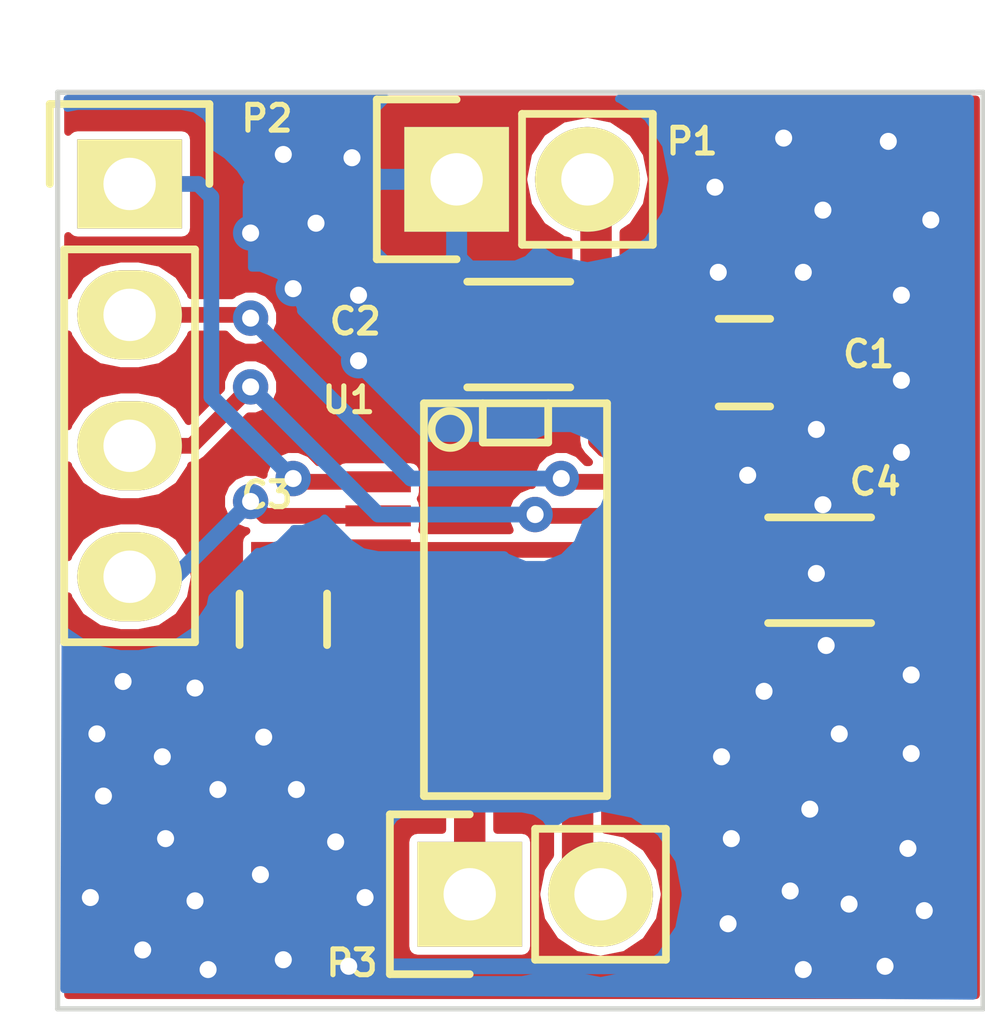
<source format=kicad_pcb>
(kicad_pcb (version 4) (host pcbnew 0.201506122246+5743~23~ubuntu14.10.1-product)

  (general
    (links 27)
    (no_connects 0)
    (area 154.098934 108.9601 173.341501 128.790702)
    (thickness 1.6)
    (drawings 5)
    (tracks 225)
    (zones 0)
    (modules 8)
    (nets 10)
  )

  (page A4)
  (layers
    (0 F.Cu signal)
    (31 B.Cu signal)
    (32 B.Adhes user)
    (33 F.Adhes user)
    (34 B.Paste user)
    (35 F.Paste user)
    (36 B.SilkS user)
    (37 F.SilkS user)
    (38 B.Mask user)
    (39 F.Mask user)
    (40 Dwgs.User user)
    (41 Cmts.User user)
    (42 Eco1.User user)
    (43 Eco2.User user)
    (44 Edge.Cuts user)
    (45 Margin user)
    (46 B.CrtYd user)
    (47 F.CrtYd user)
    (48 B.Fab user)
    (49 F.Fab user)
  )

  (setup
    (last_trace_width 0.3048)
    (user_trace_width 0.3048)
    (user_trace_width 0.6096)
    (trace_clearance 0.1524)
    (zone_clearance 0.1524)
    (zone_45_only no)
    (trace_min 0.1524)
    (segment_width 0.2)
    (edge_width 0.1)
    (via_size 0.6858)
    (via_drill 0.3302)
    (via_min_size 0.6858)
    (via_min_drill 0.3302)
    (uvia_size 0.3)
    (uvia_drill 0.1)
    (uvias_allowed no)
    (uvia_min_size 0)
    (uvia_min_drill 0)
    (pcb_text_width 0.3)
    (pcb_text_size 1.5 1.5)
    (mod_edge_width 0.15)
    (mod_text_size 0.5 0.5)
    (mod_text_width 0.1)
    (pad_size 1.5 1.5)
    (pad_drill 0.6)
    (pad_to_mask_clearance 0)
    (aux_axis_origin 0 0)
    (grid_origin 161.544 117.856)
    (visible_elements FFFEFF7F)
    (pcbplotparams
      (layerselection 0x0103c_80000001)
      (usegerberextensions false)
      (excludeedgelayer true)
      (linewidth 0.100000)
      (plotframeref false)
      (viasonmask false)
      (mode 1)
      (useauxorigin false)
      (hpglpennumber 1)
      (hpglpenspeed 20)
      (hpglpendiameter 15)
      (hpglpenoverlay 2)
      (psnegative false)
      (psa4output false)
      (plotreference true)
      (plotvalue false)
      (plotinvisibletext false)
      (padsonsilk false)
      (subtractmaskfromsilk true)
      (outputformat 1)
      (mirror false)
      (drillshape 0)
      (scaleselection 1)
      (outputdirectory Gerbers/))
  )

  (net 0 "")
  (net 1 GND)
  (net 2 /VCC)
  (net 3 /VM)
  (net 4 /PWM)
  (net 5 /IN2)
  (net 6 /IN1)
  (net 7 /STBY)
  (net 8 /O1)
  (net 9 /O2)

  (net_class Default "This is the default net class."
    (clearance 0.1524)
    (trace_width 0.1524)
    (via_dia 0.6858)
    (via_drill 0.3302)
    (uvia_dia 0.3)
    (uvia_drill 0.1)
    (add_net /IN1)
    (add_net /IN2)
    (add_net /O1)
    (add_net /O2)
    (add_net /PWM)
    (add_net /STBY)
    (add_net /VCC)
    (add_net /VM)
    (add_net GND)
  )

  (module Capacitors_SMD:C_0805 (layer F.Cu) (tedit 557CFA34) (tstamp 557CF32A)
    (at 168.656 116.1796)
    (descr "Capacitor SMD 0805, reflow soldering, AVX (see smccp.pdf)")
    (tags "capacitor 0805")
    (path /557CF5F2)
    (attr smd)
    (fp_text reference C1 (at 2.413 -0.1651) (layer F.SilkS)
      (effects (font (size 0.5 0.5) (thickness 0.1)))
    )
    (fp_text value .1U (at 0 2.1) (layer F.Fab)
      (effects (font (size 0.5 0.5) (thickness 0.1)))
    )
    (fp_line (start -1.8 -1) (end 1.8 -1) (layer F.CrtYd) (width 0.05))
    (fp_line (start -1.8 1) (end 1.8 1) (layer F.CrtYd) (width 0.05))
    (fp_line (start -1.8 -1) (end -1.8 1) (layer F.CrtYd) (width 0.05))
    (fp_line (start 1.8 -1) (end 1.8 1) (layer F.CrtYd) (width 0.05))
    (fp_line (start 0.5 -0.85) (end -0.5 -0.85) (layer F.SilkS) (width 0.15))
    (fp_line (start -0.5 0.85) (end 0.5 0.85) (layer F.SilkS) (width 0.15))
    (pad 1 smd rect (at -1 0) (size 1 1.25) (layers F.Cu F.Paste F.Mask)
      (net 2 /VCC))
    (pad 2 smd rect (at 1 0) (size 1 1.25) (layers F.Cu F.Paste F.Mask)
      (net 1 GND))
    (model Capacitors_SMD.3dshapes/C_0805.wrl
      (at (xyz 0 0 0))
      (scale (xyz 1 1 1))
      (rotate (xyz 0 0 0))
    )
  )

  (module Capacitors_SMD:C_1206 (layer F.Cu) (tedit 557CFA3F) (tstamp 557CF330)
    (at 164.2745 115.6335 180)
    (descr "Capacitor SMD 1206, reflow soldering, AVX (see smccp.pdf)")
    (tags "capacitor 1206")
    (path /557CF7F5)
    (attr smd)
    (fp_text reference C2 (at 3.175 0.254 180) (layer F.SilkS)
      (effects (font (size 0.5 0.5) (thickness 0.1)))
    )
    (fp_text value 10U (at 0 2.3 180) (layer F.Fab)
      (effects (font (size 0.5 0.5) (thickness 0.1)))
    )
    (fp_line (start -2.3 -1.15) (end 2.3 -1.15) (layer F.CrtYd) (width 0.05))
    (fp_line (start -2.3 1.15) (end 2.3 1.15) (layer F.CrtYd) (width 0.05))
    (fp_line (start -2.3 -1.15) (end -2.3 1.15) (layer F.CrtYd) (width 0.05))
    (fp_line (start 2.3 -1.15) (end 2.3 1.15) (layer F.CrtYd) (width 0.05))
    (fp_line (start 1 -1.025) (end -1 -1.025) (layer F.SilkS) (width 0.15))
    (fp_line (start -1 1.025) (end 1 1.025) (layer F.SilkS) (width 0.15))
    (pad 1 smd rect (at -1.5 0 180) (size 1 1.6) (layers F.Cu F.Paste F.Mask)
      (net 2 /VCC))
    (pad 2 smd rect (at 1.5 0 180) (size 1 1.6) (layers F.Cu F.Paste F.Mask)
      (net 1 GND))
    (model Capacitors_SMD.3dshapes/C_1206.wrl
      (at (xyz 0 0 0))
      (scale (xyz 1 1 1))
      (rotate (xyz 0 0 0))
    )
  )

  (module Capacitors_SMD:C_0805 (layer F.Cu) (tedit 557CFA55) (tstamp 557CF336)
    (at 159.7025 121.158 270)
    (descr "Capacitor SMD 0805, reflow soldering, AVX (see smccp.pdf)")
    (tags "capacitor 0805")
    (path /557CF9E5)
    (attr smd)
    (fp_text reference C3 (at -2.413 0.3175 360) (layer F.SilkS)
      (effects (font (size 0.5 0.5) (thickness 0.1)))
    )
    (fp_text value .1U (at 0 2.1 270) (layer F.Fab)
      (effects (font (size 0.5 0.5) (thickness 0.1)))
    )
    (fp_line (start -1.8 -1) (end 1.8 -1) (layer F.CrtYd) (width 0.05))
    (fp_line (start -1.8 1) (end 1.8 1) (layer F.CrtYd) (width 0.05))
    (fp_line (start -1.8 -1) (end -1.8 1) (layer F.CrtYd) (width 0.05))
    (fp_line (start 1.8 -1) (end 1.8 1) (layer F.CrtYd) (width 0.05))
    (fp_line (start 0.5 -0.85) (end -0.5 -0.85) (layer F.SilkS) (width 0.15))
    (fp_line (start -0.5 0.85) (end 0.5 0.85) (layer F.SilkS) (width 0.15))
    (pad 1 smd rect (at -1 0 270) (size 1 1.25) (layers F.Cu F.Paste F.Mask)
      (net 3 /VM))
    (pad 2 smd rect (at 1 0 270) (size 1 1.25) (layers F.Cu F.Paste F.Mask)
      (net 1 GND))
    (model Capacitors_SMD.3dshapes/C_0805.wrl
      (at (xyz 0 0 0))
      (scale (xyz 1 1 1))
      (rotate (xyz 0 0 0))
    )
  )

  (module Capacitors_SMD:C_1206 (layer F.Cu) (tedit 557CFA4E) (tstamp 557CF33C)
    (at 170.1165 120.2055)
    (descr "Capacitor SMD 1206, reflow soldering, AVX (see smccp.pdf)")
    (tags "capacitor 1206")
    (path /557CF9F1)
    (attr smd)
    (fp_text reference C4 (at 1.0795 -1.7145) (layer F.SilkS)
      (effects (font (size 0.5 0.5) (thickness 0.1)))
    )
    (fp_text value 10U (at 0 2.3) (layer F.Fab)
      (effects (font (size 0.5 0.5) (thickness 0.1)))
    )
    (fp_line (start -2.3 -1.15) (end 2.3 -1.15) (layer F.CrtYd) (width 0.05))
    (fp_line (start -2.3 1.15) (end 2.3 1.15) (layer F.CrtYd) (width 0.05))
    (fp_line (start -2.3 -1.15) (end -2.3 1.15) (layer F.CrtYd) (width 0.05))
    (fp_line (start 2.3 -1.15) (end 2.3 1.15) (layer F.CrtYd) (width 0.05))
    (fp_line (start 1 -1.025) (end -1 -1.025) (layer F.SilkS) (width 0.15))
    (fp_line (start -1 1.025) (end 1 1.025) (layer F.SilkS) (width 0.15))
    (pad 1 smd rect (at -1.5 0) (size 1 1.6) (layers F.Cu F.Paste F.Mask)
      (net 3 /VM))
    (pad 2 smd rect (at 1.5 0) (size 1 1.6) (layers F.Cu F.Paste F.Mask)
      (net 1 GND))
    (model Capacitors_SMD.3dshapes/C_1206.wrl
      (at (xyz 0 0 0))
      (scale (xyz 1 1 1))
      (rotate (xyz 0 0 0))
    )
  )

  (module Pin_Headers:Pin_Header_Straight_1x02 (layer F.Cu) (tedit 557CFA2A) (tstamp 557CF342)
    (at 163.068 112.6236 90)
    (descr "Through hole pin header")
    (tags "pin header")
    (path /557CFC82)
    (fp_text reference P1 (at 0.7366 4.572 180) (layer F.SilkS)
      (effects (font (size 0.5 0.5) (thickness 0.1)))
    )
    (fp_text value CONN_01X02 (at 0 -3.1 90) (layer F.Fab)
      (effects (font (size 0.5 0.5) (thickness 0.1)))
    )
    (fp_line (start 1.27 1.27) (end 1.27 3.81) (layer F.SilkS) (width 0.15))
    (fp_line (start 1.55 -1.55) (end 1.55 0) (layer F.SilkS) (width 0.15))
    (fp_line (start -1.75 -1.75) (end -1.75 4.3) (layer F.CrtYd) (width 0.05))
    (fp_line (start 1.75 -1.75) (end 1.75 4.3) (layer F.CrtYd) (width 0.05))
    (fp_line (start -1.75 -1.75) (end 1.75 -1.75) (layer F.CrtYd) (width 0.05))
    (fp_line (start -1.75 4.3) (end 1.75 4.3) (layer F.CrtYd) (width 0.05))
    (fp_line (start 1.27 1.27) (end -1.27 1.27) (layer F.SilkS) (width 0.15))
    (fp_line (start -1.55 0) (end -1.55 -1.55) (layer F.SilkS) (width 0.15))
    (fp_line (start -1.55 -1.55) (end 1.55 -1.55) (layer F.SilkS) (width 0.15))
    (fp_line (start -1.27 1.27) (end -1.27 3.81) (layer F.SilkS) (width 0.15))
    (fp_line (start -1.27 3.81) (end 1.27 3.81) (layer F.SilkS) (width 0.15))
    (pad 1 thru_hole rect (at 0 0 90) (size 2.032 2.032) (drill 1.016) (layers *.Cu *.Mask F.SilkS)
      (net 1 GND))
    (pad 2 thru_hole oval (at 0 2.54 90) (size 2.032 2.032) (drill 1.016) (layers *.Cu *.Mask F.SilkS)
      (net 2 /VCC))
    (model Pin_Headers.3dshapes/Pin_Header_Straight_1x02.wrl
      (at (xyz 0 -0.05 0))
      (scale (xyz 1 1 1))
      (rotate (xyz 0 0 90))
    )
  )

  (module Pin_Headers:Pin_Header_Straight_1x04 (layer F.Cu) (tedit 557CF843) (tstamp 557CF34A)
    (at 156.718 112.7125)
    (descr "Through hole pin header")
    (tags "pin header")
    (path /557D04DF)
    (fp_text reference P2 (at 2.667 -1.27) (layer F.SilkS)
      (effects (font (size 0.5 0.5) (thickness 0.1)))
    )
    (fp_text value CONN_01X04 (at 0 -3.1) (layer F.Fab)
      (effects (font (size 0.5 0.5) (thickness 0.1)))
    )
    (fp_line (start -1.75 -1.75) (end -1.75 9.4) (layer F.CrtYd) (width 0.05))
    (fp_line (start 1.75 -1.75) (end 1.75 9.4) (layer F.CrtYd) (width 0.05))
    (fp_line (start -1.75 -1.75) (end 1.75 -1.75) (layer F.CrtYd) (width 0.05))
    (fp_line (start -1.75 9.4) (end 1.75 9.4) (layer F.CrtYd) (width 0.05))
    (fp_line (start -1.27 1.27) (end -1.27 8.89) (layer F.SilkS) (width 0.15))
    (fp_line (start 1.27 1.27) (end 1.27 8.89) (layer F.SilkS) (width 0.15))
    (fp_line (start 1.55 -1.55) (end 1.55 0) (layer F.SilkS) (width 0.15))
    (fp_line (start -1.27 8.89) (end 1.27 8.89) (layer F.SilkS) (width 0.15))
    (fp_line (start 1.27 1.27) (end -1.27 1.27) (layer F.SilkS) (width 0.15))
    (fp_line (start -1.55 0) (end -1.55 -1.55) (layer F.SilkS) (width 0.15))
    (fp_line (start -1.55 -1.55) (end 1.55 -1.55) (layer F.SilkS) (width 0.15))
    (pad 1 thru_hole rect (at 0 0) (size 2.032 1.7272) (drill 1.016) (layers *.Cu *.Mask F.SilkS)
      (net 4 /PWM))
    (pad 2 thru_hole oval (at 0 2.54) (size 2.032 1.7272) (drill 1.016) (layers *.Cu *.Mask F.SilkS)
      (net 5 /IN2))
    (pad 3 thru_hole oval (at 0 5.08) (size 2.032 1.7272) (drill 1.016) (layers *.Cu *.Mask F.SilkS)
      (net 6 /IN1))
    (pad 4 thru_hole oval (at 0 7.62) (size 2.032 1.7272) (drill 1.016) (layers *.Cu *.Mask F.SilkS)
      (net 7 /STBY))
    (model Pin_Headers.3dshapes/Pin_Header_Straight_1x04.wrl
      (at (xyz 0 -0.15 0))
      (scale (xyz 1 1 1))
      (rotate (xyz 0 0 90))
    )
  )

  (module Pin_Headers:Pin_Header_Straight_1x02 (layer F.Cu) (tedit 557CFA46) (tstamp 557CF350)
    (at 163.322 126.492 90)
    (descr "Through hole pin header")
    (tags "pin header")
    (path /557D0166)
    (fp_text reference P3 (at -1.3335 -2.286 180) (layer F.SilkS)
      (effects (font (size 0.5 0.5) (thickness 0.1)))
    )
    (fp_text value CONN_01X02 (at 0 -3.1 90) (layer F.Fab)
      (effects (font (size 0.5 0.5) (thickness 0.1)))
    )
    (fp_line (start 1.27 1.27) (end 1.27 3.81) (layer F.SilkS) (width 0.15))
    (fp_line (start 1.55 -1.55) (end 1.55 0) (layer F.SilkS) (width 0.15))
    (fp_line (start -1.75 -1.75) (end -1.75 4.3) (layer F.CrtYd) (width 0.05))
    (fp_line (start 1.75 -1.75) (end 1.75 4.3) (layer F.CrtYd) (width 0.05))
    (fp_line (start -1.75 -1.75) (end 1.75 -1.75) (layer F.CrtYd) (width 0.05))
    (fp_line (start -1.75 4.3) (end 1.75 4.3) (layer F.CrtYd) (width 0.05))
    (fp_line (start 1.27 1.27) (end -1.27 1.27) (layer F.SilkS) (width 0.15))
    (fp_line (start -1.55 0) (end -1.55 -1.55) (layer F.SilkS) (width 0.15))
    (fp_line (start -1.55 -1.55) (end 1.55 -1.55) (layer F.SilkS) (width 0.15))
    (fp_line (start -1.27 1.27) (end -1.27 3.81) (layer F.SilkS) (width 0.15))
    (fp_line (start -1.27 3.81) (end 1.27 3.81) (layer F.SilkS) (width 0.15))
    (pad 1 thru_hole rect (at 0 0 90) (size 2.032 2.032) (drill 1.016) (layers *.Cu *.Mask F.SilkS)
      (net 8 /O1))
    (pad 2 thru_hole oval (at 0 2.54 90) (size 2.032 2.032) (drill 1.016) (layers *.Cu *.Mask F.SilkS)
      (net 9 /O2))
    (model Pin_Headers.3dshapes/Pin_Header_Straight_1x02.wrl
      (at (xyz 0 -0.05 0))
      (scale (xyz 1 1 1))
      (rotate (xyz 0 0 90))
    )
  )

  (module SMD_Packages:SSOP-20 (layer F.Cu) (tedit 557CFA3B) (tstamp 557CF368)
    (at 164.211 120.777 270)
    (descr "SSOP 20 pins")
    (tags "CMS SSOP SMD")
    (path /557CF556)
    (attr smd)
    (fp_text reference U1 (at -3.8735 3.2385 360) (layer F.SilkS)
      (effects (font (size 0.5 0.5) (thickness 0.1)))
    )
    (fp_text value TB6593FNG (at 0 0.635 270) (layer F.Fab)
      (effects (font (size 0.5 0.5) (thickness 0.1)))
    )
    (fp_line (start 3.81 -1.778) (end -3.81 -1.778) (layer F.SilkS) (width 0.15))
    (fp_line (start -3.81 1.778) (end 3.81 1.778) (layer F.SilkS) (width 0.15))
    (fp_line (start 3.81 -1.778) (end 3.81 1.778) (layer F.SilkS) (width 0.15))
    (fp_line (start -3.81 1.778) (end -3.81 -1.778) (layer F.SilkS) (width 0.15))
    (fp_circle (center -3.302 1.27) (end -3.556 1.016) (layer F.SilkS) (width 0.15))
    (fp_line (start -3.81 -0.635) (end -3.048 -0.635) (layer F.SilkS) (width 0.15))
    (fp_line (start -3.048 -0.635) (end -3.048 0.635) (layer F.SilkS) (width 0.15))
    (fp_line (start -3.048 0.635) (end -3.81 0.635) (layer F.SilkS) (width 0.15))
    (pad 1 smd rect (at -2.921 2.667 270) (size 0.4064 1.27) (layers F.Cu F.Paste F.Mask)
      (net 1 GND))
    (pad 2 smd rect (at -2.286 2.667 270) (size 0.4064 1.27) (layers F.Cu F.Paste F.Mask)
      (net 4 /PWM))
    (pad 3 smd rect (at -1.6256 2.667 270) (size 0.4064 1.27) (layers F.Cu F.Paste F.Mask)
      (net 7 /STBY))
    (pad 4 smd rect (at -0.9652 2.667 270) (size 0.4064 1.27) (layers F.Cu F.Paste F.Mask)
      (net 3 /VM))
    (pad 5 smd rect (at -0.3302 2.667 270) (size 0.4064 1.27) (layers F.Cu F.Paste F.Mask)
      (net 3 /VM))
    (pad 6 smd rect (at 0.3302 2.667 270) (size 0.4064 1.27) (layers F.Cu F.Paste F.Mask)
      (net 8 /O1))
    (pad 7 smd rect (at 0.9906 2.667 270) (size 0.4064 1.27) (layers F.Cu F.Paste F.Mask)
      (net 8 /O1))
    (pad 8 smd rect (at 1.6256 2.667 270) (size 0.4064 1.27) (layers F.Cu F.Paste F.Mask)
      (net 1 GND))
    (pad 9 smd rect (at 2.286 2.667 270) (size 0.4064 1.27) (layers F.Cu F.Paste F.Mask)
      (net 1 GND))
    (pad 10 smd rect (at 2.921 2.667 270) (size 0.4064 1.27) (layers F.Cu F.Paste F.Mask)
      (net 1 GND))
    (pad 11 smd rect (at 2.921 -2.667 270) (size 0.4064 1.27) (layers F.Cu F.Paste F.Mask)
      (net 1 GND))
    (pad 12 smd rect (at 2.286 -2.667 270) (size 0.4064 1.27) (layers F.Cu F.Paste F.Mask)
      (net 1 GND))
    (pad 13 smd rect (at 1.6256 -2.667 270) (size 0.4064 1.27) (layers F.Cu F.Paste F.Mask)
      (net 1 GND))
    (pad 14 smd rect (at 0.9906 -2.667 270) (size 0.4064 1.27) (layers F.Cu F.Paste F.Mask)
      (net 9 /O2))
    (pad 15 smd rect (at 0.3302 -2.667 270) (size 0.4064 1.27) (layers F.Cu F.Paste F.Mask)
      (net 9 /O2))
    (pad 16 smd rect (at -0.3302 -2.667 270) (size 0.4064 1.27) (layers F.Cu F.Paste F.Mask)
      (net 3 /VM))
    (pad 17 smd rect (at -0.9652 -2.667 270) (size 0.4064 1.27) (layers F.Cu F.Paste F.Mask)
      (net 3 /VM))
    (pad 18 smd rect (at -1.6256 -2.667 270) (size 0.4064 1.27) (layers F.Cu F.Paste F.Mask)
      (net 6 /IN1))
    (pad 19 smd rect (at -2.286 -2.667 270) (size 0.4064 1.27) (layers F.Cu F.Paste F.Mask)
      (net 5 /IN2))
    (pad 20 smd rect (at -2.921 -2.667 270) (size 0.4064 1.27) (layers F.Cu F.Paste F.Mask)
      (net 2 /VCC))
    (model SMD_Packages.3dshapes/SSOP-20.wrl
      (at (xyz 0 0 0))
      (scale (xyz 0.255 0.33 0.3))
      (rotate (xyz 0 0 0))
    )
  )

  (gr_line (start 173.2915 110.9345) (end 173.1645 110.9345) (angle 90) (layer Edge.Cuts) (width 0.1))
  (gr_line (start 173.2915 128.7145) (end 173.2915 110.9345) (angle 90) (layer Edge.Cuts) (width 0.1))
  (gr_line (start 155.321 110.9345) (end 173.228 110.9345) (angle 90) (layer Edge.Cuts) (width 0.1))
  (gr_line (start 155.321 128.7145) (end 155.321 110.9345) (angle 90) (layer Edge.Cuts) (width 0.1))
  (gr_line (start 173.2915 128.7145) (end 155.321 128.7145) (angle 90) (layer Edge.Cuts) (width 0.1))

  (segment (start 163.068 112.6236) (end 161.4551 112.6236) (width 0.3048) (layer B.Cu) (net 1))
  (via (at 161.163 116.1415) (size 0.6858) (layers F.Cu B.Cu) (net 1))
  (segment (start 161.163 116.0145) (end 161.163 116.1415) (width 0.3048) (layer B.Cu) (net 1) (tstamp 557CF96E))
  (segment (start 159.893 114.7445) (end 161.163 116.0145) (width 0.3048) (layer B.Cu) (net 1) (tstamp 557CF96D))
  (via (at 159.893 114.7445) (size 0.6858) (layers F.Cu B.Cu) (net 1))
  (segment (start 161.036 114.7445) (end 159.893 114.7445) (width 0.3048) (layer F.Cu) (net 1) (tstamp 557CF96B))
  (segment (start 161.163 114.8715) (end 161.036 114.7445) (width 0.3048) (layer F.Cu) (net 1) (tstamp 557CF96A))
  (via (at 161.163 114.8715) (size 0.6858) (layers F.Cu B.Cu) (net 1))
  (segment (start 161.163 114.3) (end 161.163 114.8715) (width 0.3048) (layer B.Cu) (net 1) (tstamp 557CF968))
  (segment (start 160.3375 113.4745) (end 161.163 114.3) (width 0.3048) (layer B.Cu) (net 1) (tstamp 557CF967))
  (via (at 160.3375 113.4745) (size 0.6858) (layers F.Cu B.Cu) (net 1))
  (segment (start 159.258 113.4745) (end 160.3375 113.4745) (width 0.3048) (layer F.Cu) (net 1) (tstamp 557CF965))
  (segment (start 159.0675 113.665) (end 159.258 113.4745) (width 0.3048) (layer F.Cu) (net 1) (tstamp 557CF964))
  (via (at 159.0675 113.665) (size 0.6858) (layers F.Cu B.Cu) (net 1))
  (segment (start 159.0675 112.776) (end 159.0675 113.665) (width 0.3048) (layer B.Cu) (net 1) (tstamp 557CF962))
  (segment (start 159.7025 112.141) (end 159.0675 112.776) (width 0.3048) (layer B.Cu) (net 1) (tstamp 557CF961))
  (via (at 159.7025 112.141) (size 0.6858) (layers F.Cu B.Cu) (net 1))
  (segment (start 160.9725 112.141) (end 159.7025 112.141) (width 0.3048) (layer F.Cu) (net 1) (tstamp 557CF95F))
  (segment (start 161.036 112.2045) (end 160.9725 112.141) (width 0.3048) (layer F.Cu) (net 1) (tstamp 557CF95E))
  (via (at 161.036 112.2045) (size 0.6858) (layers F.Cu B.Cu) (net 1))
  (segment (start 161.4551 112.6236) (end 161.036 112.2045) (width 0.3048) (layer B.Cu) (net 1) (tstamp 557CF95C))
  (segment (start 161.29 126.5555) (end 161.29 126.0475) (width 0.3048) (layer B.Cu) (net 1))
  (via (at 161.29 126.5555) (size 0.6858) (layers F.Cu B.Cu) (net 1))
  (segment (start 161.29 127.5715) (end 161.29 126.5555) (width 0.3048) (layer F.Cu) (net 1) (tstamp 557CF926))
  (segment (start 160.9725 127.889) (end 161.29 127.5715) (width 0.3048) (layer F.Cu) (net 1) (tstamp 557CF925))
  (via (at 160.9725 127.889) (size 0.6858) (layers F.Cu B.Cu) (net 1))
  (segment (start 169.7355 127.889) (end 160.9725 127.889) (width 0.3048) (layer B.Cu) (net 1) (tstamp 557CF923))
  (segment (start 169.799 127.9525) (end 169.7355 127.889) (width 0.3048) (layer B.Cu) (net 1) (tstamp 557CF922))
  (via (at 169.799 127.9525) (size 0.6858) (layers F.Cu B.Cu) (net 1))
  (segment (start 169.2275 127.9525) (end 169.799 127.9525) (width 0.3048) (layer F.Cu) (net 1) (tstamp 557CF920))
  (segment (start 168.3385 127.0635) (end 169.2275 127.9525) (width 0.3048) (layer F.Cu) (net 1) (tstamp 557CF91F))
  (via (at 168.3385 127.0635) (size 0.6858) (layers F.Cu B.Cu) (net 1))
  (segment (start 168.91 127.0635) (end 168.3385 127.0635) (width 0.3048) (layer B.Cu) (net 1) (tstamp 557CF91D))
  (segment (start 169.545 126.4285) (end 168.91 127.0635) (width 0.3048) (layer B.Cu) (net 1) (tstamp 557CF91C))
  (via (at 169.545 126.4285) (size 0.6858) (layers F.Cu B.Cu) (net 1))
  (segment (start 170.434 126.4285) (end 169.545 126.4285) (width 0.3048) (layer F.Cu) (net 1) (tstamp 557CF91A))
  (segment (start 170.688 126.6825) (end 170.434 126.4285) (width 0.3048) (layer F.Cu) (net 1) (tstamp 557CF919))
  (via (at 170.688 126.6825) (size 0.6858) (layers F.Cu B.Cu) (net 1))
  (segment (start 170.688 127.1905) (end 170.688 126.6825) (width 0.3048) (layer B.Cu) (net 1) (tstamp 557CF917))
  (segment (start 171.3865 127.889) (end 170.688 127.1905) (width 0.3048) (layer B.Cu) (net 1) (tstamp 557CF916))
  (via (at 171.3865 127.889) (size 0.6858) (layers F.Cu B.Cu) (net 1))
  (segment (start 171.3865 127.5715) (end 171.3865 127.889) (width 0.3048) (layer F.Cu) (net 1) (tstamp 557CF914))
  (segment (start 172.1485 126.8095) (end 171.3865 127.5715) (width 0.3048) (layer F.Cu) (net 1) (tstamp 557CF913))
  (via (at 172.1485 126.8095) (size 0.6858) (layers F.Cu B.Cu) (net 1))
  (segment (start 172.1485 125.9205) (end 172.1485 126.8095) (width 0.3048) (layer B.Cu) (net 1) (tstamp 557CF911))
  (segment (start 171.831 125.603) (end 172.1485 125.9205) (width 0.3048) (layer B.Cu) (net 1) (tstamp 557CF910))
  (via (at 171.831 125.603) (size 0.6858) (layers F.Cu B.Cu) (net 1))
  (segment (start 170.688 125.603) (end 171.831 125.603) (width 0.3048) (layer F.Cu) (net 1) (tstamp 557CF90E))
  (segment (start 169.926 124.841) (end 170.688 125.603) (width 0.3048) (layer F.Cu) (net 1) (tstamp 557CF90D))
  (via (at 169.926 124.841) (size 0.6858) (layers F.Cu B.Cu) (net 1))
  (segment (start 168.9735 124.841) (end 169.926 124.841) (width 0.3048) (layer B.Cu) (net 1) (tstamp 557CF90B))
  (segment (start 168.402 125.4125) (end 168.9735 124.841) (width 0.3048) (layer B.Cu) (net 1) (tstamp 557CF90A))
  (via (at 168.402 125.4125) (size 0.6858) (layers F.Cu B.Cu) (net 1))
  (segment (start 168.402 124.0155) (end 168.402 125.4125) (width 0.3048) (layer F.Cu) (net 1) (tstamp 557CF908))
  (segment (start 168.2115 123.825) (end 168.402 124.0155) (width 0.3048) (layer F.Cu) (net 1) (tstamp 557CF907))
  (via (at 168.2115 123.825) (size 0.6858) (layers F.Cu B.Cu) (net 1))
  (segment (start 168.2115 123.3805) (end 168.2115 123.825) (width 0.3048) (layer B.Cu) (net 1) (tstamp 557CF905))
  (segment (start 169.037 122.555) (end 168.2115 123.3805) (width 0.3048) (layer B.Cu) (net 1) (tstamp 557CF904))
  (via (at 169.037 122.555) (size 0.6858) (layers F.Cu B.Cu) (net 1))
  (segment (start 169.672 122.555) (end 169.037 122.555) (width 0.3048) (layer F.Cu) (net 1) (tstamp 557CF902))
  (segment (start 170.4975 123.3805) (end 169.672 122.555) (width 0.3048) (layer F.Cu) (net 1) (tstamp 557CF901))
  (via (at 170.4975 123.3805) (size 0.6858) (layers F.Cu B.Cu) (net 1))
  (segment (start 171.5135 123.3805) (end 170.4975 123.3805) (width 0.3048) (layer B.Cu) (net 1) (tstamp 557CF8FF))
  (segment (start 171.8945 123.7615) (end 171.5135 123.3805) (width 0.3048) (layer B.Cu) (net 1) (tstamp 557CF8FE))
  (via (at 171.8945 123.7615) (size 0.6858) (layers F.Cu B.Cu) (net 1))
  (segment (start 171.8945 122.2375) (end 171.8945 123.7615) (width 0.3048) (layer F.Cu) (net 1) (tstamp 557CF8FB))
  (via (at 171.8945 122.2375) (size 0.6858) (layers F.Cu B.Cu) (net 1))
  (segment (start 170.815 122.2375) (end 171.8945 122.2375) (width 0.3048) (layer B.Cu) (net 1) (tstamp 557CF8F9))
  (segment (start 170.2435 121.666) (end 170.815 122.2375) (width 0.3048) (layer B.Cu) (net 1) (tstamp 557CF8F8))
  (via (at 170.2435 121.666) (size 0.6858) (layers F.Cu B.Cu) (net 1))
  (segment (start 170.2435 120.4595) (end 170.2435 121.666) (width 0.3048) (layer F.Cu) (net 1) (tstamp 557CF8F6))
  (segment (start 170.053 120.269) (end 170.2435 120.4595) (width 0.3048) (layer F.Cu) (net 1) (tstamp 557CF8F5))
  (via (at 170.053 120.269) (size 0.6858) (layers F.Cu B.Cu) (net 1))
  (segment (start 170.053 119.0625) (end 170.053 120.269) (width 0.3048) (layer B.Cu) (net 1) (tstamp 557CF8F3))
  (segment (start 170.18 118.9355) (end 170.053 119.0625) (width 0.3048) (layer B.Cu) (net 1) (tstamp 557CF8F2))
  (via (at 170.18 118.9355) (size 0.6858) (layers F.Cu B.Cu) (net 1))
  (segment (start 169.291 118.9355) (end 170.18 118.9355) (width 0.3048) (layer F.Cu) (net 1) (tstamp 557CF8F0))
  (segment (start 168.7195 118.364) (end 169.291 118.9355) (width 0.3048) (layer F.Cu) (net 1) (tstamp 557CF8EF))
  (via (at 168.7195 118.364) (size 0.6858) (layers F.Cu B.Cu) (net 1))
  (segment (start 169.164 118.364) (end 168.7195 118.364) (width 0.3048) (layer B.Cu) (net 1) (tstamp 557CF8ED))
  (segment (start 170.053 117.475) (end 169.164 118.364) (width 0.3048) (layer B.Cu) (net 1) (tstamp 557CF8EC))
  (via (at 170.053 117.475) (size 0.6858) (layers F.Cu B.Cu) (net 1))
  (segment (start 171.2595 117.475) (end 170.053 117.475) (width 0.3048) (layer F.Cu) (net 1) (tstamp 557CF8EA))
  (segment (start 171.704 117.9195) (end 171.2595 117.475) (width 0.3048) (layer F.Cu) (net 1) (tstamp 557CF8E9))
  (via (at 171.704 117.9195) (size 0.6858) (layers F.Cu B.Cu) (net 1))
  (segment (start 171.704 116.5225) (end 171.704 117.9195) (width 0.3048) (layer B.Cu) (net 1) (tstamp 557CF8E6))
  (via (at 171.704 116.5225) (size 0.6858) (layers F.Cu B.Cu) (net 1))
  (segment (start 171.704 114.8715) (end 171.704 116.5225) (width 0.3048) (layer F.Cu) (net 1) (tstamp 557CF8E3))
  (via (at 171.704 114.8715) (size 0.6858) (layers F.Cu B.Cu) (net 1))
  (segment (start 170.2435 114.8715) (end 171.704 114.8715) (width 0.3048) (layer B.Cu) (net 1) (tstamp 557CF8E1))
  (segment (start 169.799 114.427) (end 170.2435 114.8715) (width 0.3048) (layer B.Cu) (net 1) (tstamp 557CF8E0))
  (via (at 169.799 114.427) (size 0.6858) (layers F.Cu B.Cu) (net 1))
  (segment (start 169.799 113.6015) (end 169.799 114.427) (width 0.3048) (layer F.Cu) (net 1) (tstamp 557CF8DE))
  (segment (start 170.18 113.2205) (end 169.799 113.6015) (width 0.3048) (layer F.Cu) (net 1) (tstamp 557CF8DD))
  (via (at 170.18 113.2205) (size 0.6858) (layers F.Cu B.Cu) (net 1))
  (segment (start 172.085 113.2205) (end 170.18 113.2205) (width 0.3048) (layer B.Cu) (net 1) (tstamp 557CF8DB))
  (segment (start 172.2755 113.411) (end 172.085 113.2205) (width 0.3048) (layer B.Cu) (net 1) (tstamp 557CF8DA))
  (via (at 172.2755 113.411) (size 0.6858) (layers F.Cu B.Cu) (net 1))
  (segment (start 172.2755 112.7125) (end 172.2755 113.411) (width 0.3048) (layer F.Cu) (net 1) (tstamp 557CF8D8))
  (segment (start 171.45 111.887) (end 172.2755 112.7125) (width 0.3048) (layer F.Cu) (net 1) (tstamp 557CF8D7))
  (via (at 171.45 111.887) (size 0.6858) (layers F.Cu B.Cu) (net 1))
  (segment (start 169.4815 111.887) (end 171.45 111.887) (width 0.3048) (layer B.Cu) (net 1) (tstamp 557CF8D5))
  (segment (start 169.418 111.8235) (end 169.4815 111.887) (width 0.3048) (layer B.Cu) (net 1) (tstamp 557CF8D4))
  (via (at 169.418 111.8235) (size 0.6858) (layers F.Cu B.Cu) (net 1))
  (segment (start 169.037 111.8235) (end 169.418 111.8235) (width 0.3048) (layer F.Cu) (net 1) (tstamp 557CF8D2))
  (segment (start 168.0845 112.776) (end 169.037 111.8235) (width 0.3048) (layer F.Cu) (net 1) (tstamp 557CF8D1))
  (via (at 168.0845 112.776) (size 0.6858) (layers F.Cu B.Cu) (net 1))
  (segment (start 168.0845 114.3635) (end 168.0845 112.776) (width 0.3048) (layer B.Cu) (net 1) (tstamp 557CF8CF))
  (segment (start 168.148 114.427) (end 168.0845 114.3635) (width 0.3048) (layer B.Cu) (net 1) (tstamp 557CF8CE))
  (via (at 168.148 114.427) (size 0.6858) (layers F.Cu B.Cu) (net 1))
  (segment (start 168.4655 114.427) (end 168.148 114.427) (width 0.3048) (layer F.Cu) (net 1) (tstamp 557CF8CC))
  (segment (start 169.656 115.6175) (end 168.4655 114.427) (width 0.3048) (layer F.Cu) (net 1) (tstamp 557CF8C6))
  (via (at 156.083 123.3805) (size 0.6858) (layers F.Cu B.Cu) (net 1))
  (segment (start 156.083 122.8725) (end 156.083 123.3805) (width 0.3048) (layer F.Cu) (net 1) (tstamp 557CF958))
  (segment (start 156.591 122.3645) (end 156.083 122.8725) (width 0.3048) (layer F.Cu) (net 1) (tstamp 557CF957))
  (via (at 156.591 122.3645) (size 0.6858) (layers F.Cu B.Cu) (net 1))
  (segment (start 157.861 122.3645) (end 156.591 122.3645) (width 0.3048) (layer B.Cu) (net 1) (tstamp 557CF955))
  (segment (start 157.988 122.4915) (end 157.861 122.3645) (width 0.3048) (layer B.Cu) (net 1) (tstamp 557CF954))
  (via (at 157.988 122.4915) (size 0.6858) (layers F.Cu B.Cu) (net 1))
  (segment (start 157.988 123.19) (end 157.988 122.4915) (width 0.3048) (layer F.Cu) (net 1) (tstamp 557CF952))
  (segment (start 157.353 123.825) (end 157.988 123.19) (width 0.3048) (layer F.Cu) (net 1) (tstamp 557CF951))
  (via (at 157.353 123.825) (size 0.6858) (layers F.Cu B.Cu) (net 1))
  (segment (start 156.972 123.825) (end 157.353 123.825) (width 0.3048) (layer B.Cu) (net 1) (tstamp 557CF94F))
  (segment (start 156.21 124.587) (end 156.972 123.825) (width 0.3048) (layer B.Cu) (net 1) (tstamp 557CF94E))
  (via (at 156.21 124.587) (size 0.6858) (layers F.Cu B.Cu) (net 1))
  (segment (start 156.21 126.3015) (end 156.21 124.587) (width 0.3048) (layer F.Cu) (net 1) (tstamp 557CF94C))
  (segment (start 155.956 126.5555) (end 156.21 126.3015) (width 0.3048) (layer F.Cu) (net 1) (tstamp 557CF94B))
  (via (at 155.956 126.5555) (size 0.6858) (layers F.Cu B.Cu) (net 1))
  (segment (start 156.972 127.5715) (end 155.956 126.5555) (width 0.3048) (layer B.Cu) (net 1) (tstamp 557CF948))
  (via (at 156.972 127.5715) (size 0.6858) (layers F.Cu B.Cu) (net 1))
  (segment (start 156.972 125.857) (end 156.972 127.5715) (width 0.3048) (layer F.Cu) (net 1) (tstamp 557CF946))
  (segment (start 157.4165 125.4125) (end 156.972 125.857) (width 0.3048) (layer F.Cu) (net 1) (tstamp 557CF945))
  (via (at 157.4165 125.4125) (size 0.6858) (layers F.Cu B.Cu) (net 1))
  (segment (start 157.4165 126.0475) (end 157.4165 125.4125) (width 0.3048) (layer B.Cu) (net 1) (tstamp 557CF943))
  (segment (start 157.988 126.619) (end 157.4165 126.0475) (width 0.3048) (layer B.Cu) (net 1) (tstamp 557CF942))
  (via (at 157.988 126.619) (size 0.6858) (layers F.Cu B.Cu) (net 1))
  (segment (start 157.988 127.6985) (end 157.988 126.619) (width 0.3048) (layer F.Cu) (net 1) (tstamp 557CF940))
  (segment (start 158.242 127.9525) (end 157.988 127.6985) (width 0.3048) (layer F.Cu) (net 1) (tstamp 557CF93F))
  (via (at 158.242 127.9525) (size 0.6858) (layers F.Cu B.Cu) (net 1))
  (segment (start 159.512 127.9525) (end 158.242 127.9525) (width 0.3048) (layer B.Cu) (net 1) (tstamp 557CF93D))
  (segment (start 159.7025 127.762) (end 159.512 127.9525) (width 0.3048) (layer B.Cu) (net 1) (tstamp 557CF93C))
  (via (at 159.7025 127.762) (size 0.6858) (layers F.Cu B.Cu) (net 1))
  (segment (start 159.7025 126.5555) (end 159.7025 127.762) (width 0.3048) (layer F.Cu) (net 1) (tstamp 557CF93A))
  (segment (start 159.258 126.111) (end 159.7025 126.5555) (width 0.3048) (layer F.Cu) (net 1) (tstamp 557CF939))
  (via (at 159.258 126.111) (size 0.6858) (layers F.Cu B.Cu) (net 1))
  (segment (start 159.258 125.2855) (end 159.258 126.111) (width 0.3048) (layer B.Cu) (net 1) (tstamp 557CF937))
  (segment (start 158.4325 124.46) (end 159.258 125.2855) (width 0.3048) (layer B.Cu) (net 1) (tstamp 557CF936))
  (via (at 158.4325 124.46) (size 0.6858) (layers F.Cu B.Cu) (net 1))
  (segment (start 158.4325 124.333) (end 158.4325 124.46) (width 0.3048) (layer F.Cu) (net 1) (tstamp 557CF934))
  (segment (start 159.3215 123.444) (end 158.4325 124.333) (width 0.3048) (layer F.Cu) (net 1) (tstamp 557CF933))
  (via (at 159.3215 123.444) (size 0.6858) (layers F.Cu B.Cu) (net 1))
  (segment (start 159.3215 123.825) (end 159.3215 123.444) (width 0.3048) (layer B.Cu) (net 1) (tstamp 557CF931))
  (segment (start 159.9565 124.46) (end 159.3215 123.825) (width 0.3048) (layer B.Cu) (net 1) (tstamp 557CF930))
  (via (at 159.9565 124.46) (size 0.6858) (layers F.Cu B.Cu) (net 1))
  (segment (start 159.9565 124.714) (end 159.9565 124.46) (width 0.3048) (layer F.Cu) (net 1) (tstamp 557CF92E))
  (segment (start 160.7185 125.476) (end 159.9565 124.714) (width 0.3048) (layer F.Cu) (net 1) (tstamp 557CF92D))
  (via (at 160.7185 125.476) (size 0.6858) (layers F.Cu B.Cu) (net 1))
  (segment (start 161.29 126.0475) (end 160.7185 125.476) (width 0.3048) (layer B.Cu) (net 1) (tstamp 557CF92B))
  (segment (start 169.656 116.1796) (end 169.656 115.6175) (width 0.3048) (layer F.Cu) (net 1))
  (segment (start 165.7745 112.7901) (end 165.608 112.6236) (width 0.6096) (layer F.Cu) (net 2) (tstamp 557CF777))
  (segment (start 165.7745 115.6335) (end 165.7745 112.7901) (width 0.6096) (layer F.Cu) (net 2))
  (segment (start 166.3206 116.1796) (end 165.7745 115.6335) (width 0.6096) (layer F.Cu) (net 2) (tstamp 557CF77B))
  (segment (start 167.656 116.1796) (end 166.3206 116.1796) (width 0.6096) (layer F.Cu) (net 2))
  (segment (start 165.9255 117.856) (end 165.7745 117.705) (width 0.3048) (layer F.Cu) (net 2) (tstamp 557CF786))
  (segment (start 165.7745 117.705) (end 165.7745 115.6335) (width 0.3048) (layer F.Cu) (net 2) (tstamp 557CF788))
  (segment (start 166.878 117.856) (end 165.9255 117.856) (width 0.3048) (layer F.Cu) (net 2))
  (segment (start 167.2844 116.1796) (end 167.656 116.1796) (width 0.3048) (layer F.Cu) (net 2) (tstamp 557CF78D))
  (segment (start 166.878 116.586) (end 167.2844 116.1796) (width 0.3048) (layer F.Cu) (net 2) (tstamp 557CF78B))
  (segment (start 166.878 117.856) (end 166.878 116.586) (width 0.3048) (layer F.Cu) (net 2))
  (segment (start 167.9575 117.856) (end 168.402 117.4115) (width 0.3048) (layer F.Cu) (net 2) (tstamp 557CF78E))
  (segment (start 168.402 117.4115) (end 168.402 116.9256) (width 0.3048) (layer F.Cu) (net 2) (tstamp 557CF78F))
  (segment (start 168.402 116.9256) (end 167.656 116.1796) (width 0.3048) (layer F.Cu) (net 2) (tstamp 557CF790))
  (segment (start 166.878 117.856) (end 167.9575 117.856) (width 0.3048) (layer F.Cu) (net 2))
  (segment (start 168.3752 120.4468) (end 168.6165 120.2055) (width 0.3048) (layer F.Cu) (net 3) (tstamp 557CF75D))
  (segment (start 166.878 120.4468) (end 168.3752 120.4468) (width 0.3048) (layer F.Cu) (net 3))
  (segment (start 168.2228 119.8118) (end 168.6165 120.2055) (width 0.3048) (layer F.Cu) (net 3) (tstamp 557CF761))
  (segment (start 166.878 119.8118) (end 168.2228 119.8118) (width 0.3048) (layer F.Cu) (net 3))
  (segment (start 160.1437 119.8118) (end 159.75 120.2055) (width 0.3048) (layer F.Cu) (net 3) (tstamp 557CF764))
  (segment (start 161.544 119.8118) (end 160.1437 119.8118) (width 0.3048) (layer F.Cu) (net 3))
  (segment (start 159.9913 120.4468) (end 159.75 120.2055) (width 0.3048) (layer F.Cu) (net 3) (tstamp 557CF767))
  (segment (start 161.544 120.4468) (end 159.9913 120.4468) (width 0.3048) (layer F.Cu) (net 3))
  (segment (start 161.544 119.8118) (end 166.878 119.8118) (width 0.3048) (layer F.Cu) (net 3))
  (segment (start 166.878 120.4468) (end 161.544 120.4468) (width 0.3048) (layer F.Cu) (net 3))
  (segment (start 156.718 112.7125) (end 158.0515 112.7125) (width 0.3048) (layer B.Cu) (net 4))
  (segment (start 159.9565 118.491) (end 161.544 118.491) (width 0.3048) (layer F.Cu) (net 4) (tstamp 557CF85C))
  (segment (start 159.893 118.4275) (end 159.9565 118.491) (width 0.3048) (layer F.Cu) (net 4) (tstamp 557CF85B))
  (via (at 159.893 118.4275) (size 0.6858) (layers F.Cu B.Cu) (net 4))
  (segment (start 158.3055 116.84) (end 159.893 118.4275) (width 0.3048) (layer B.Cu) (net 4) (tstamp 557CF859))
  (segment (start 158.3055 112.9665) (end 158.3055 116.84) (width 0.3048) (layer B.Cu) (net 4) (tstamp 557CF858))
  (segment (start 158.0515 112.7125) (end 158.3055 112.9665) (width 0.3048) (layer B.Cu) (net 4) (tstamp 557CF857))
  (segment (start 156.718 115.2525) (end 159.004 115.2525) (width 0.3048) (layer F.Cu) (net 5))
  (segment (start 165.1635 118.491) (end 166.878 118.491) (width 0.3048) (layer F.Cu) (net 5) (tstamp 557CF87D))
  (segment (start 165.1 118.4275) (end 165.1635 118.491) (width 0.3048) (layer F.Cu) (net 5) (tstamp 557CF87C))
  (via (at 165.1 118.4275) (size 0.6858) (layers F.Cu B.Cu) (net 5))
  (segment (start 162.179 118.4275) (end 165.1 118.4275) (width 0.3048) (layer B.Cu) (net 5) (tstamp 557CF873))
  (segment (start 159.0675 115.316) (end 162.179 118.4275) (width 0.3048) (layer B.Cu) (net 5) (tstamp 557CF872))
  (via (at 159.0675 115.316) (size 0.6858) (layers F.Cu B.Cu) (net 5))
  (segment (start 159.004 115.2525) (end 159.0675 115.316) (width 0.3048) (layer F.Cu) (net 5) (tstamp 557CF86E))
  (segment (start 156.718 117.7925) (end 157.9245 117.7925) (width 0.3048) (layer F.Cu) (net 6))
  (segment (start 164.6174 119.1514) (end 166.878 119.1514) (width 0.3048) (layer F.Cu) (net 6) (tstamp 557CF897))
  (segment (start 164.592 119.126) (end 164.6174 119.1514) (width 0.3048) (layer F.Cu) (net 6) (tstamp 557CF896))
  (via (at 164.592 119.126) (size 0.6858) (layers F.Cu B.Cu) (net 6))
  (segment (start 161.544 119.126) (end 164.592 119.126) (width 0.3048) (layer B.Cu) (net 6) (tstamp 557CF884))
  (segment (start 159.0675 116.6495) (end 161.544 119.126) (width 0.3048) (layer B.Cu) (net 6) (tstamp 557CF883))
  (via (at 159.0675 116.6495) (size 0.6858) (layers F.Cu B.Cu) (net 6))
  (segment (start 157.9245 117.7925) (end 159.0675 116.6495) (width 0.3048) (layer F.Cu) (net 6) (tstamp 557CF880))
  (segment (start 161.544 119.1514) (end 159.3469 119.1514) (width 0.3048) (layer F.Cu) (net 7))
  (segment (start 159.0675 118.872) (end 157.607 120.3325) (width 0.3048) (layer B.Cu) (net 7) (tstamp 557CF862))
  (via (at 159.0675 118.872) (size 0.6858) (layers F.Cu B.Cu) (net 7))
  (segment (start 159.3469 119.1514) (end 159.0675 118.872) (width 0.3048) (layer F.Cu) (net 7) (tstamp 557CF85F))
  (segment (start 157.607 120.3325) (end 156.718 120.3325) (width 0.3048) (layer B.Cu) (net 7) (tstamp 557CF863))
  (segment (start 162.6616 121.7676) (end 163.322 122.428) (width 0.3048) (layer F.Cu) (net 8) (tstamp 557CF797))
  (segment (start 163.322 123.1265) (end 163.322 126.492) (width 0.6096) (layer F.Cu) (net 8) (tstamp 557CF7A0))
  (segment (start 163.322 122.428) (end 163.322 123.1265) (width 0.3048) (layer F.Cu) (net 8) (tstamp 557CF798))
  (segment (start 161.544 121.7676) (end 162.6616 121.7676) (width 0.3048) (layer F.Cu) (net 8))
  (segment (start 163.0807 121.1072) (end 163.322 121.3485) (width 0.3048) (layer F.Cu) (net 8) (tstamp 557CF79B))
  (segment (start 163.322 121.3485) (end 163.322 123.1265) (width 0.3048) (layer F.Cu) (net 8) (tstamp 557CF79C))
  (segment (start 161.544 121.1072) (end 163.0807 121.1072) (width 0.3048) (layer F.Cu) (net 8))
  (segment (start 165.4175 126.0475) (end 165.862 126.492) (width 0.3048) (layer F.Cu) (net 9) (tstamp 557CF7AC))
  (segment (start 165.9763 121.1072) (end 165.4175 121.666) (width 0.3048) (layer F.Cu) (net 9) (tstamp 557CF7A8))
  (segment (start 165.4175 122.3645) (end 165.4175 126.0475) (width 0.6096) (layer F.Cu) (net 9) (tstamp 557CF7B5))
  (segment (start 165.4175 121.666) (end 165.4175 122.3645) (width 0.3048) (layer F.Cu) (net 9) (tstamp 557CF7AB))
  (segment (start 166.878 121.1072) (end 165.9763 121.1072) (width 0.3048) (layer F.Cu) (net 9))
  (segment (start 166.0144 121.7676) (end 165.4175 122.3645) (width 0.3048) (layer F.Cu) (net 9) (tstamp 557CF7B2))
  (segment (start 166.878 121.7676) (end 166.0144 121.7676) (width 0.3048) (layer F.Cu) (net 9))

  (zone (net 1) (net_name GND) (layer F.Cu) (tstamp 557CF6C9) (hatch edge 0.508)
    (connect_pads yes (clearance 0.1524))
    (min_thickness 0.1524)
    (fill yes (arc_segments 16) (thermal_gap 0.508) (thermal_bridge_width 0.508))
    (polygon
      (pts
        (xy 173.228 128.524) (xy 155.448 128.524) (xy 155.448 110.998) (xy 173.228 110.998)
      )
    )
    (filled_polygon
      (pts
        (xy 158.193908 118.061908) (xy 158.193908 118.061908) (xy 159.034845 117.220971) (xy 159.18068 117.221099) (xy 159.390806 117.134276)
        (xy 159.551711 116.973651) (xy 159.6389 116.763677) (xy 159.639099 116.53632) (xy 159.552276 116.326194) (xy 159.391651 116.165289)
        (xy 159.181677 116.0781) (xy 158.95432 116.077901) (xy 158.744194 116.164724) (xy 158.583289 116.325349) (xy 158.4961 116.535323)
        (xy 158.495971 116.682213) (xy 157.863712 117.314472) (xy 157.667085 117.020198) (xy 157.31275 116.783439) (xy 156.894783 116.7003)
        (xy 156.541217 116.7003) (xy 156.12325 116.783439) (xy 155.768915 117.020198) (xy 155.532156 117.374533) (xy 155.5242 117.41453)
        (xy 155.5242 115.63047) (xy 155.532156 115.670467) (xy 155.768915 116.024802) (xy 156.12325 116.261561) (xy 156.541217 116.3447)
        (xy 156.894783 116.3447) (xy 157.31275 116.261561) (xy 157.667085 116.024802) (xy 157.903844 115.670467) (xy 157.911197 115.6335)
        (xy 158.580325 115.6335) (xy 158.582724 115.639306) (xy 158.743349 115.800211) (xy 158.953323 115.8874) (xy 159.18068 115.887599)
        (xy 159.390806 115.800776) (xy 159.551711 115.640151) (xy 159.6389 115.430177) (xy 159.639099 115.20282) (xy 159.552276 114.992694)
        (xy 159.391651 114.831789) (xy 159.181677 114.7446) (xy 158.95432 114.744401) (xy 158.744194 114.831224) (xy 158.703848 114.8715)
        (xy 157.911197 114.8715) (xy 157.903844 114.834533) (xy 157.667085 114.480198) (xy 157.31275 114.243439) (xy 156.894783 114.1603)
        (xy 156.541217 114.1603) (xy 156.12325 114.243439) (xy 155.768915 114.480198) (xy 155.532156 114.834533) (xy 155.5242 114.87453)
        (xy 155.5242 113.72167) (xy 155.536158 113.739874) (xy 155.612129 113.791156) (xy 155.702 113.809179) (xy 157.734 113.809179)
        (xy 157.821164 113.792267) (xy 157.897774 113.741942) (xy 157.949056 113.665971) (xy 157.967079 113.5761) (xy 157.967079 111.8489)
        (xy 157.950167 111.761736) (xy 157.899842 111.685126) (xy 157.823871 111.633844) (xy 157.734 111.615821) (xy 155.702 111.615821)
        (xy 155.614836 111.632733) (xy 155.538226 111.683058) (xy 155.5242 111.703837) (xy 155.5242 111.354617) (xy 165.608 111.354617)
        (xy 165.131712 111.449357) (xy 164.727935 111.719152) (xy 164.45814 112.122929) (xy 164.3634 112.599217) (xy 164.3634 112.647983)
        (xy 164.45814 113.124271) (xy 164.727935 113.528048) (xy 165.131712 113.797843) (xy 165.2411 113.819602) (xy 165.2411 114.606901)
        (xy 165.187336 114.617333) (xy 165.110726 114.667658) (xy 165.059444 114.743629) (xy 165.041421 114.8335) (xy 165.041421 116.4335)
        (xy 165.058333 116.520664) (xy 165.108658 116.597274) (xy 165.184629 116.648556) (xy 165.2745 116.666579) (xy 165.3935 116.666579)
        (xy 165.3935 117.705) (xy 165.422502 117.850803) (xy 165.505092 117.974408) (xy 165.640684 118.11) (xy 165.587175 118.11)
        (xy 165.584776 118.104194) (xy 165.424151 117.943289) (xy 165.214177 117.8561) (xy 164.98682 117.855901) (xy 164.776694 117.942724)
        (xy 164.615789 118.103349) (xy 164.5286 118.313323) (xy 164.528401 118.54068) (xy 164.53409 118.554449) (xy 164.47882 118.554401)
        (xy 164.268694 118.641224) (xy 164.107789 118.801849) (xy 164.0206 119.011823) (xy 164.020401 119.23918) (xy 164.099577 119.4308)
        (xy 162.396798 119.4308) (xy 162.412079 119.3546) (xy 162.412079 118.9482) (xy 162.395167 118.861036) (xy 162.368996 118.821196)
        (xy 162.394056 118.784071) (xy 162.412079 118.6942) (xy 162.412079 118.2878) (xy 162.395167 118.200636) (xy 162.344842 118.124026)
        (xy 162.268871 118.072744) (xy 162.179 118.054721) (xy 160.909 118.054721) (xy 160.821836 118.071633) (xy 160.76343 118.11)
        (xy 160.380175 118.11) (xy 160.377776 118.104194) (xy 160.217151 117.943289) (xy 160.007177 117.8561) (xy 159.77982 117.855901)
        (xy 159.569694 117.942724) (xy 159.408789 118.103349) (xy 159.3216 118.313323) (xy 159.32156 118.358685) (xy 159.181677 118.3006)
        (xy 158.95432 118.300401) (xy 158.744194 118.387224) (xy 158.583289 118.547849) (xy 158.4961 118.757823) (xy 158.495901 118.98518)
        (xy 158.582724 119.195306) (xy 158.743349 119.356211) (xy 158.953323 119.4434) (xy 158.987904 119.44343) (xy 158.913726 119.492158)
        (xy 158.862444 119.568129) (xy 158.844421 119.658) (xy 158.844421 120.658) (xy 158.861333 120.745164) (xy 158.911658 120.821774)
        (xy 158.987629 120.873056) (xy 159.0775 120.891079) (xy 160.3275 120.891079) (xy 160.414664 120.874167) (xy 160.485249 120.8278)
        (xy 160.691202 120.8278) (xy 160.675921 120.904) (xy 160.675921 121.3104) (xy 160.692833 121.397564) (xy 160.719004 121.437404)
        (xy 160.693944 121.474529) (xy 160.675921 121.5644) (xy 160.675921 121.9708) (xy 160.692833 122.057964) (xy 160.743158 122.134574)
        (xy 160.819129 122.185856) (xy 160.909 122.203879) (xy 162.179 122.203879) (xy 162.266164 122.186967) (xy 162.32457 122.1486)
        (xy 162.503784 122.1486) (xy 162.941 122.585815) (xy 162.941 122.75506) (xy 162.829203 122.922377) (xy 162.7886 123.1265)
        (xy 162.7886 125.242921) (xy 162.306 125.242921) (xy 162.218836 125.259833) (xy 162.142226 125.310158) (xy 162.090944 125.386129)
        (xy 162.072921 125.476) (xy 162.072921 127.508) (xy 162.089833 127.595164) (xy 162.140158 127.671774) (xy 162.216129 127.723056)
        (xy 162.306 127.741079) (xy 164.338 127.741079) (xy 164.425164 127.724167) (xy 164.501774 127.673842) (xy 164.553056 127.597871)
        (xy 164.571079 127.508) (xy 164.571079 125.476) (xy 164.554167 125.388836) (xy 164.503842 125.312226) (xy 164.427871 125.260944)
        (xy 164.338 125.242921) (xy 163.8554 125.242921) (xy 163.8554 123.1265) (xy 163.814797 122.922377) (xy 163.703 122.75506)
        (xy 163.703 122.428005) (xy 163.703001 122.428) (xy 163.703 122.427995) (xy 163.703 121.348505) (xy 163.703001 121.3485)
        (xy 163.673998 121.202698) (xy 163.651665 121.169274) (xy 163.591408 121.079092) (xy 163.591405 121.07909) (xy 163.350108 120.837792)
        (xy 163.335154 120.8278) (xy 165.721846 120.8278) (xy 165.706892 120.837792) (xy 165.70689 120.837795) (xy 165.148092 121.396592)
        (xy 165.065502 121.520197) (xy 165.046066 121.617908) (xy 165.0365 121.666) (xy 165.0365 121.99306) (xy 164.924703 122.160377)
        (xy 164.8841 122.3645) (xy 164.8841 125.733973) (xy 164.71214 125.991329) (xy 164.6174 126.467617) (xy 164.6174 126.516383)
        (xy 164.71214 126.992671) (xy 164.981935 127.396448) (xy 165.385712 127.666243) (xy 165.862 127.760983) (xy 166.338288 127.666243)
        (xy 166.742065 127.396448) (xy 167.01186 126.992671) (xy 167.1066 126.516383) (xy 167.1066 126.467617) (xy 167.01186 125.991329)
        (xy 166.742065 125.587552) (xy 166.338288 125.317757) (xy 165.9509 125.2407) (xy 165.9509 122.369916) (xy 166.142282 122.178534)
        (xy 166.153129 122.185856) (xy 166.243 122.203879) (xy 167.513 122.203879) (xy 167.600164 122.186967) (xy 167.676774 122.136642)
        (xy 167.728056 122.060671) (xy 167.746079 121.9708) (xy 167.746079 121.5644) (xy 167.729167 121.477236) (xy 167.702996 121.437396)
        (xy 167.728056 121.400271) (xy 167.746079 121.3104) (xy 167.746079 120.904) (xy 167.731294 120.8278) (xy 167.883421 120.8278)
        (xy 167.883421 121.0055) (xy 167.900333 121.092664) (xy 167.950658 121.169274) (xy 168.026629 121.220556) (xy 168.1165 121.238579)
        (xy 169.1165 121.238579) (xy 169.203664 121.221667) (xy 169.280274 121.171342) (xy 169.331556 121.095371) (xy 169.349579 121.0055)
        (xy 169.349579 119.4055) (xy 169.332667 119.318336) (xy 169.282342 119.241726) (xy 169.206371 119.190444) (xy 169.1165 119.172421)
        (xy 168.1165 119.172421) (xy 168.029336 119.189333) (xy 167.952726 119.239658) (xy 167.901444 119.315629) (xy 167.883421 119.4055)
        (xy 167.883421 119.4308) (xy 167.730798 119.4308) (xy 167.746079 119.3546) (xy 167.746079 118.9482) (xy 167.729167 118.861036)
        (xy 167.702996 118.821196) (xy 167.728056 118.784071) (xy 167.746079 118.6942) (xy 167.746079 118.2878) (xy 167.736223 118.237)
        (xy 167.9575 118.237) (xy 168.103303 118.207998) (xy 168.226908 118.125408) (xy 168.671408 117.680908) (xy 168.753998 117.557303)
        (xy 168.783 117.4115) (xy 168.783 116.9256) (xy 168.769038 116.855408) (xy 168.753998 116.779797) (xy 168.709365 116.713)
        (xy 168.671408 116.656192) (xy 168.671405 116.65619) (xy 168.389079 116.373864) (xy 168.389079 115.5546) (xy 168.372167 115.467436)
        (xy 168.321842 115.390826) (xy 168.245871 115.339544) (xy 168.156 115.321521) (xy 167.156 115.321521) (xy 167.068836 115.338433)
        (xy 166.992226 115.388758) (xy 166.940944 115.464729) (xy 166.922921 115.5546) (xy 166.922921 115.6462) (xy 166.541542 115.6462)
        (xy 166.507579 115.612237) (xy 166.507579 114.8335) (xy 166.490667 114.746336) (xy 166.440342 114.669726) (xy 166.364371 114.618444)
        (xy 166.3079 114.607119) (xy 166.3079 113.64843) (xy 166.488065 113.528048) (xy 166.75786 113.124271) (xy 166.8526 112.647983)
        (xy 166.8526 112.599217) (xy 166.75786 112.122929) (xy 166.488065 111.719152) (xy 166.084288 111.449357) (xy 165.608 111.354617)
        (xy 155.5242 111.354617) (xy 155.5242 111.0742) (xy 173.1518 111.0742) (xy 173.1518 128.4478) (xy 155.5242 128.4478)
        (xy 155.5242 120.71047) (xy 155.532156 120.750467) (xy 155.768915 121.104802) (xy 156.12325 121.341561) (xy 156.541217 121.4247)
        (xy 156.894783 121.4247) (xy 157.31275 121.341561) (xy 157.667085 121.104802) (xy 157.903844 120.750467) (xy 157.986983 120.3325)
        (xy 157.903844 119.914533) (xy 157.667085 119.560198) (xy 157.31275 119.323439) (xy 156.894783 119.2403) (xy 156.541217 119.2403)
        (xy 156.12325 119.323439) (xy 155.768915 119.560198) (xy 155.532156 119.914533) (xy 155.5242 119.95453) (xy 155.5242 118.17047)
        (xy 155.532156 118.210467) (xy 155.768915 118.564802) (xy 156.12325 118.801561) (xy 156.541217 118.8847) (xy 156.894783 118.8847)
        (xy 157.31275 118.801561) (xy 157.667085 118.564802) (xy 157.903844 118.210467) (xy 157.911197 118.1735) (xy 157.9245 118.1735)
        (xy 158.070303 118.144498) (xy 158.193908 118.061908)
      )
    )
  )
  (zone (net 1) (net_name GND) (layer B.Cu) (tstamp 557CF8AB) (hatch edge 0.508)
    (connect_pads yes (clearance 0.1524))
    (min_thickness 0.1524)
    (fill yes (arc_segments 16) (thermal_gap 0.508) (thermal_bridge_width 0.508))
    (polygon
      (pts
        (xy 173.1645 110.998) (xy 173.228 128.5875) (xy 155.321 128.4605) (xy 155.3845 110.9345) (xy 173.1645 110.9345)
      )
    )
    (filled_polygon
      (pts
        (xy 161.692301 111.069273) (xy 161.692301 111.069273) (xy 161.513673 111.247902) (xy 161.417 111.481291) (xy 161.417 112.33785)
        (xy 161.57575 112.4966) (xy 162.941 112.4966) (xy 162.941 112.4766) (xy 163.195 112.4766) (xy 163.195 112.4966)
        (xy 163.215 112.4966) (xy 163.215 112.7506) (xy 163.195 112.7506) (xy 163.195 114.11585) (xy 163.35375 114.2746)
        (xy 164.21031 114.2746) (xy 164.443699 114.177927) (xy 164.622327 113.999298) (xy 164.639999 113.956634) (xy 164.97619 114.18127)
        (xy 165.608 114.306945) (xy 166.23981 114.18127) (xy 166.775433 113.823378) (xy 167.133325 113.287755) (xy 167.259 112.655945)
        (xy 167.259 112.591255) (xy 167.133325 111.959445) (xy 166.775433 111.423822) (xy 166.23981 111.06593) (xy 166.217539 111.0615)
        (xy 173.037728 111.0615) (xy 173.100537 128.459592) (xy 155.448457 128.3344) (xy 155.461231 124.808655) (xy 165.862 124.808655)
        (xy 165.23019 124.93433) (xy 164.890701 125.161169) (xy 164.798673 125.021073) (xy 164.58764 124.878623) (xy 164.338 124.82856)
        (xy 162.306 124.82856) (xy 162.063877 124.875537) (xy 161.851073 125.015327) (xy 161.708623 125.22636) (xy 161.65856 125.476)
        (xy 161.65856 127.508) (xy 161.705537 127.750123) (xy 161.845327 127.962927) (xy 162.05636 128.105377) (xy 162.306 128.15544)
        (xy 164.338 128.15544) (xy 164.580123 128.108463) (xy 164.792927 127.968673) (xy 164.891164 127.82314) (xy 165.23019 128.04967)
        (xy 165.862 128.175345) (xy 166.49381 128.04967) (xy 167.029433 127.691778) (xy 167.387325 127.156155) (xy 167.513 126.524345)
        (xy 167.513 126.459655) (xy 167.387325 125.827845) (xy 167.029433 125.292222) (xy 166.49381 124.93433) (xy 165.862 124.808655)
        (xy 155.461231 124.808655) (xy 155.47361 121.392187) (xy 155.959766 121.717026) (xy 156.533255 121.8311) (xy 156.902745 121.8311)
        (xy 157.476234 121.717026) (xy 157.962415 121.39217) (xy 158.287271 120.905989) (xy 158.322085 120.730967) (xy 159.203034 119.850018)
        (xy 159.261163 119.850069) (xy 159.620712 119.701507) (xy 159.89604 119.426659) (xy 159.904863 119.405411) (xy 160.086663 119.405569)
        (xy 160.446212 119.257007) (xy 160.503884 119.199436) (xy 160.987224 119.682776) (xy 161.242675 119.853463) (xy 161.544 119.9134)
        (xy 163.996273 119.9134) (xy 164.037341 119.95454) (xy 164.39663 120.10373) (xy 164.785663 120.104069) (xy 165.145212 119.955507)
        (xy 165.42054 119.680659) (xy 165.56973 119.32137) (xy 165.569756 119.29149) (xy 165.653212 119.257007) (xy 165.92854 118.982159)
        (xy 166.07773 118.62287) (xy 166.078069 118.233837) (xy 165.929507 117.874288) (xy 165.654659 117.59896) (xy 165.29537 117.44977)
        (xy 164.906337 117.449431) (xy 164.546788 117.597993) (xy 164.504607 117.6401) (xy 162.505152 117.6401) (xy 160.045518 115.180466)
        (xy 160.045569 115.122337) (xy 159.897007 114.762788) (xy 159.622159 114.48746) (xy 159.26287 114.33827) (xy 159.0929 114.338122)
        (xy 159.0929 112.9665) (xy 159.049956 112.7506) (xy 161.57575 112.7506) (xy 161.417 112.90935) (xy 161.417 113.765909)
        (xy 161.513673 113.999298) (xy 161.692301 114.177927) (xy 161.92569 114.2746) (xy 162.78225 114.2746) (xy 162.941 114.11585)
        (xy 162.941 112.7506) (xy 161.57575 112.7506) (xy 159.049956 112.7506) (xy 159.032963 112.665175) (xy 158.862276 112.409724)
        (xy 158.608276 112.155724) (xy 158.38144 112.004157) (xy 158.38144 111.8489) (xy 158.334463 111.606777) (xy 158.194673 111.393973)
        (xy 157.98364 111.251523) (xy 157.734 111.20146) (xy 155.702 111.20146) (xy 155.510398 111.238635) (xy 155.51104 111.0615)
        (xy 161.711067 111.0615) (xy 161.692301 111.069273)
      )
    )
  )
)

</source>
